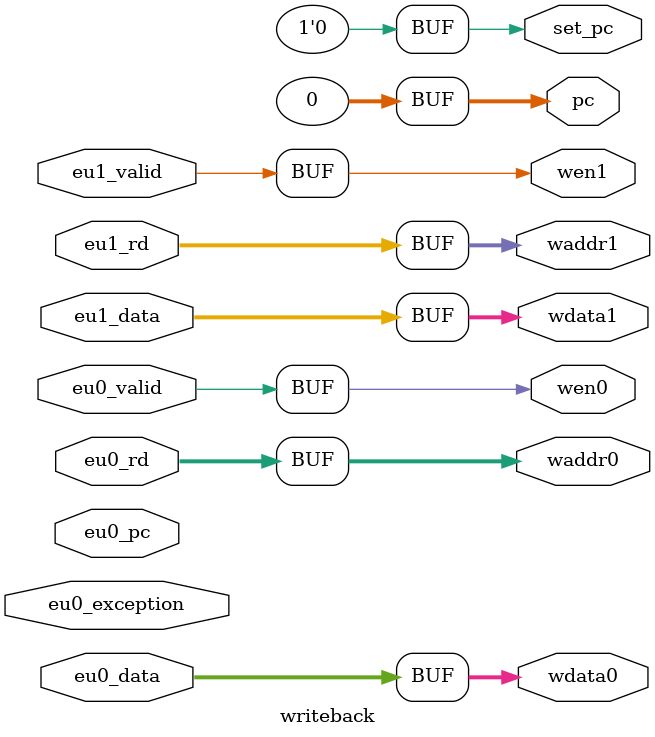
<source format=v>

module writeback
(   
    input eu0_valid,eu1_valid,
    input [31:0] eu0_data,eu1_data,
    input [4:0] eu0_rd,eu1_rd,
    input [31:0] eu0_pc,//eu1_pc,
    input [6:0] eu0_exception,

    //connect to register file
    output wen0,wen1,
    output [4:0] waddr0,waddr1,
    output [31:0] wdata0,wdata1,
    
    //connect to PC
    output set_pc,
    output [31:0] pc
);

    assign pc=0;
    assign set_pc=0;
    assign wen0 = eu0_valid;
    assign wen1 = eu1_valid;
    assign waddr0 = eu0_rd;
    assign waddr1 = eu1_rd;
    assign wdata0 = eu0_data;
    assign wdata1 = eu1_data;
endmodule

</source>
